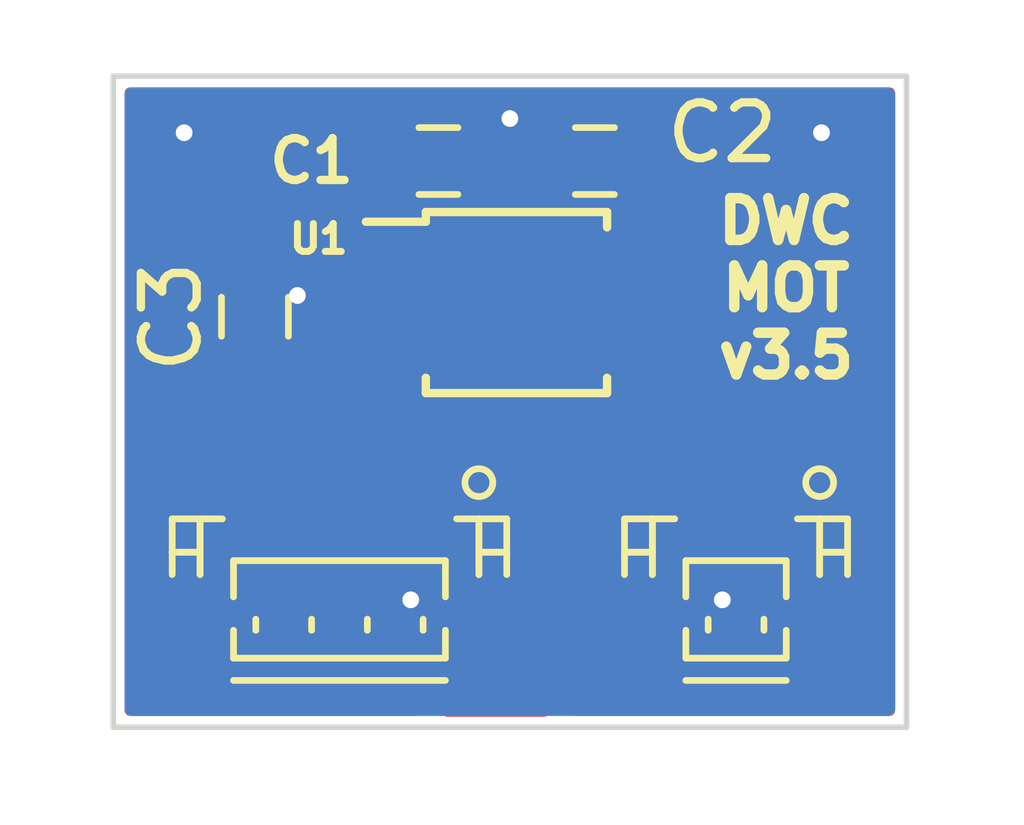
<source format=kicad_pcb>
(kicad_pcb (version 4) (host pcbnew 4.0.7)

  (general
    (links 20)
    (no_connects 1)
    (area 136.144 96.17045 154.59162 110.998001)
    (thickness 1.6)
    (drawings 5)
    (tracks 40)
    (zones 0)
    (modules 12)
    (nets 8)
  )

  (page A4)
  (layers
    (0 F.Cu signal)
    (31 B.Cu signal)
    (32 B.Adhes user)
    (33 F.Adhes user)
    (34 B.Paste user)
    (35 F.Paste user)
    (36 B.SilkS user)
    (37 F.SilkS user)
    (38 B.Mask user)
    (39 F.Mask user)
    (40 Dwgs.User user)
    (41 Cmts.User user)
    (42 Eco1.User user)
    (43 Eco2.User user)
    (44 Edge.Cuts user)
    (45 Margin user)
    (46 B.CrtYd user)
    (47 F.CrtYd user)
    (48 B.Fab user)
    (49 F.Fab user)
  )

  (setup
    (last_trace_width 0.25)
    (user_trace_width 0.1524)
    (user_trace_width 0.254)
    (user_trace_width 0.508)
    (trace_clearance 0.2)
    (zone_clearance 0.1524)
    (zone_45_only no)
    (trace_min 0.1524)
    (segment_width 0.2)
    (edge_width 0.1)
    (via_size 0.6)
    (via_drill 0.4)
    (via_min_size 0.4)
    (via_min_drill 0.3)
    (uvia_size 0.3)
    (uvia_drill 0.1)
    (uvias_allowed no)
    (uvia_min_size 0)
    (uvia_min_drill 0)
    (pcb_text_width 0.3)
    (pcb_text_size 1.5 1.5)
    (mod_edge_width 0.15)
    (mod_text_size 1 1)
    (mod_text_width 0.15)
    (pad_size 0.6 0.6)
    (pad_drill 0.3)
    (pad_to_mask_clearance 0)
    (aux_axis_origin 0 0)
    (visible_elements FFFFFF7F)
    (pcbplotparams
      (layerselection 0x010f0_80000001)
      (usegerberextensions true)
      (excludeedgelayer true)
      (linewidth 0.100000)
      (plotframeref false)
      (viasonmask false)
      (mode 1)
      (useauxorigin false)
      (hpglpennumber 1)
      (hpglpenspeed 20)
      (hpglpendiameter 15)
      (hpglpenoverlay 2)
      (psnegative false)
      (psa4output false)
      (plotreference true)
      (plotvalue false)
      (plotinvisibletext false)
      (padsonsilk false)
      (subtractmaskfromsilk false)
      (outputformat 1)
      (mirror false)
      (drillshape 0)
      (scaleselection 1)
      (outputdirectory gerber-motor/))
  )

  (net 0 "")
  (net 1 "Net-(C1-Pad1)")
  (net 2 GND)
  (net 3 +BATT)
  (net 4 /SCL)
  (net 5 /SDA)
  (net 6 "Net-(M1-Pad1)")
  (net 7 "Net-(M1-Pad2)")

  (net_class Default "This is the default net class."
    (clearance 0.2)
    (trace_width 0.25)
    (via_dia 0.6)
    (via_drill 0.4)
    (uvia_dia 0.3)
    (uvia_drill 0.1)
    (add_net +BATT)
    (add_net /SCL)
    (add_net /SDA)
    (add_net GND)
    (add_net "Net-(C1-Pad1)")
    (add_net "Net-(M1-Pad1)")
    (add_net "Net-(M1-Pad2)")
  )

  (module footprints:via (layer F.Cu) (tedit 59EAE7F9) (tstamp 59EAED04)
    (at 141.478 101.473)
    (fp_text reference REF** (at 0 0.5) (layer F.SilkS) hide
      (effects (font (size 1 1) (thickness 0.15)))
    )
    (fp_text value via (at 0 -0.5) (layer F.Fab) hide
      (effects (font (size 1 1) (thickness 0.15)))
    )
    (pad 1 thru_hole circle (at 0 0) (size 0.6 0.6) (drill 0.3) (layers *.Cu *.Mask)
      (net 2 GND))
  )

  (module footprints:via (layer F.Cu) (tedit 59EAE7F9) (tstamp 59EAEC96)
    (at 143.51 106.934)
    (fp_text reference REF** (at 0 0.5) (layer F.SilkS) hide
      (effects (font (size 1 1) (thickness 0.15)))
    )
    (fp_text value via (at 0 -0.5) (layer F.Fab) hide
      (effects (font (size 1 1) (thickness 0.15)))
    )
    (pad 1 thru_hole circle (at 0 0) (size 0.6 0.6) (drill 0.3) (layers *.Cu *.Mask)
      (net 2 GND))
  )

  (module footprints:via (layer F.Cu) (tedit 59EAE7F9) (tstamp 59EAEC92)
    (at 149.098 106.934)
    (fp_text reference REF** (at 0 0.5) (layer F.SilkS) hide
      (effects (font (size 1 1) (thickness 0.15)))
    )
    (fp_text value via (at 0 -0.5) (layer F.Fab) hide
      (effects (font (size 1 1) (thickness 0.15)))
    )
    (pad 1 thru_hole circle (at 0 0) (size 0.6 0.6) (drill 0.3) (layers *.Cu *.Mask)
      (net 2 GND))
  )

  (module footprints:via (layer F.Cu) (tedit 59EAE7F9) (tstamp 59EAEC8E)
    (at 150.876 98.552)
    (fp_text reference REF** (at 0 0.5) (layer F.SilkS) hide
      (effects (font (size 1 1) (thickness 0.15)))
    )
    (fp_text value via (at 0 -0.5) (layer F.Fab) hide
      (effects (font (size 1 1) (thickness 0.15)))
    )
    (pad 1 thru_hole circle (at 0 0) (size 0.6 0.6) (drill 0.3) (layers *.Cu *.Mask)
      (net 2 GND))
  )

  (module footprints:via (layer F.Cu) (tedit 59EAE7F9) (tstamp 59EAEC83)
    (at 145.288 98.298)
    (fp_text reference REF** (at 0 0.5) (layer F.SilkS) hide
      (effects (font (size 1 1) (thickness 0.15)))
    )
    (fp_text value via (at 0 -0.5) (layer F.Fab) hide
      (effects (font (size 1 1) (thickness 0.15)))
    )
    (pad 1 thru_hole circle (at 0 0) (size 0.6 0.6) (drill 0.3) (layers *.Cu *.Mask)
      (net 2 GND))
  )

  (module Capacitors_SMD:C_0603 (layer F.Cu) (tedit 59EAE9F9) (tstamp 599E3BFA)
    (at 144.006 99.06)
    (descr "Capacitor SMD 0603, reflow soldering, AVX (see smccp.pdf)")
    (tags "capacitor 0603")
    (path /599E390F)
    (attr smd)
    (fp_text reference C1 (at -2.274 0) (layer F.SilkS)
      (effects (font (size 0.75 0.75) (thickness 0.15)))
    )
    (fp_text value 1uF (at 0 1.5) (layer F.Fab)
      (effects (font (size 1 1) (thickness 0.15)))
    )
    (fp_text user %R (at 0 -1.5) (layer F.Fab)
      (effects (font (size 1 1) (thickness 0.15)))
    )
    (fp_line (start -0.8 0.4) (end -0.8 -0.4) (layer F.Fab) (width 0.1))
    (fp_line (start 0.8 0.4) (end -0.8 0.4) (layer F.Fab) (width 0.1))
    (fp_line (start 0.8 -0.4) (end 0.8 0.4) (layer F.Fab) (width 0.1))
    (fp_line (start -0.8 -0.4) (end 0.8 -0.4) (layer F.Fab) (width 0.1))
    (fp_line (start -0.35 -0.6) (end 0.35 -0.6) (layer F.SilkS) (width 0.12))
    (fp_line (start 0.35 0.6) (end -0.35 0.6) (layer F.SilkS) (width 0.12))
    (fp_line (start -1.4 -0.65) (end 1.4 -0.65) (layer F.CrtYd) (width 0.05))
    (fp_line (start -1.4 -0.65) (end -1.4 0.65) (layer F.CrtYd) (width 0.05))
    (fp_line (start 1.4 0.65) (end 1.4 -0.65) (layer F.CrtYd) (width 0.05))
    (fp_line (start 1.4 0.65) (end -1.4 0.65) (layer F.CrtYd) (width 0.05))
    (pad 1 smd rect (at -0.75 0) (size 0.8 0.75) (layers F.Cu F.Paste F.Mask)
      (net 1 "Net-(C1-Pad1)"))
    (pad 2 smd rect (at 0.75 0) (size 0.8 0.75) (layers F.Cu F.Paste F.Mask)
      (net 2 GND))
    (model Capacitors_SMD.3dshapes/C_0603.wrl
      (at (xyz 0 0 0))
      (scale (xyz 1 1 1))
      (rotate (xyz 0 0 0))
    )
  )

  (module Capacitors_SMD:C_0603 (layer F.Cu) (tedit 58AA844E) (tstamp 599E3C0B)
    (at 146.812 99.06 180)
    (descr "Capacitor SMD 0603, reflow soldering, AVX (see smccp.pdf)")
    (tags "capacitor 0603")
    (path /599E3470)
    (attr smd)
    (fp_text reference C2 (at -2.286 0.508 180) (layer F.SilkS)
      (effects (font (size 1 1) (thickness 0.15)))
    )
    (fp_text value 1uF (at 0 1.5 180) (layer F.Fab)
      (effects (font (size 1 1) (thickness 0.15)))
    )
    (fp_text user %R (at 0 -1.5 180) (layer F.Fab)
      (effects (font (size 1 1) (thickness 0.15)))
    )
    (fp_line (start -0.8 0.4) (end -0.8 -0.4) (layer F.Fab) (width 0.1))
    (fp_line (start 0.8 0.4) (end -0.8 0.4) (layer F.Fab) (width 0.1))
    (fp_line (start 0.8 -0.4) (end 0.8 0.4) (layer F.Fab) (width 0.1))
    (fp_line (start -0.8 -0.4) (end 0.8 -0.4) (layer F.Fab) (width 0.1))
    (fp_line (start -0.35 -0.6) (end 0.35 -0.6) (layer F.SilkS) (width 0.12))
    (fp_line (start 0.35 0.6) (end -0.35 0.6) (layer F.SilkS) (width 0.12))
    (fp_line (start -1.4 -0.65) (end 1.4 -0.65) (layer F.CrtYd) (width 0.05))
    (fp_line (start -1.4 -0.65) (end -1.4 0.65) (layer F.CrtYd) (width 0.05))
    (fp_line (start 1.4 0.65) (end 1.4 -0.65) (layer F.CrtYd) (width 0.05))
    (fp_line (start 1.4 0.65) (end -1.4 0.65) (layer F.CrtYd) (width 0.05))
    (pad 1 smd rect (at -0.75 0 180) (size 0.8 0.75) (layers F.Cu F.Paste F.Mask)
      (net 3 +BATT))
    (pad 2 smd rect (at 0.75 0 180) (size 0.8 0.75) (layers F.Cu F.Paste F.Mask)
      (net 2 GND))
    (model Capacitors_SMD.3dshapes/C_0603.wrl
      (at (xyz 0 0 0))
      (scale (xyz 1 1 1))
      (rotate (xyz 0 0 0))
    )
  )

  (module Housings_SSOP:TSSOP-10_3x3mm_Pitch0.5mm (layer F.Cu) (tedit 59EAEA25) (tstamp 599E3C58)
    (at 145.406 101.6)
    (descr "TSSOP10: plastic thin shrink small outline package; 10 leads; body width 3 mm; (see NXP SSOP-TSSOP-VSO-REFLOW.pdf and sot552-1_po.pdf)")
    (tags "SSOP 0.5")
    (path /599E32A0)
    (attr smd)
    (fp_text reference U1 (at -3.547 -1.143) (layer F.SilkS)
      (effects (font (size 0.5 0.5) (thickness 0.125)))
    )
    (fp_text value DRV2605 (at 0 2.55) (layer F.Fab)
      (effects (font (size 1 1) (thickness 0.15)))
    )
    (fp_line (start -0.5 -1.5) (end 1.5 -1.5) (layer F.Fab) (width 0.15))
    (fp_line (start 1.5 -1.5) (end 1.5 1.5) (layer F.Fab) (width 0.15))
    (fp_line (start 1.5 1.5) (end -1.5 1.5) (layer F.Fab) (width 0.15))
    (fp_line (start -1.5 1.5) (end -1.5 -0.5) (layer F.Fab) (width 0.15))
    (fp_line (start -1.5 -0.5) (end -0.5 -1.5) (layer F.Fab) (width 0.15))
    (fp_line (start -2.95 -1.8) (end -2.95 1.8) (layer F.CrtYd) (width 0.05))
    (fp_line (start 2.95 -1.8) (end 2.95 1.8) (layer F.CrtYd) (width 0.05))
    (fp_line (start -2.95 -1.8) (end 2.95 -1.8) (layer F.CrtYd) (width 0.05))
    (fp_line (start -2.95 1.8) (end 2.95 1.8) (layer F.CrtYd) (width 0.05))
    (fp_line (start -1.625 -1.625) (end -1.625 -1.45) (layer F.SilkS) (width 0.15))
    (fp_line (start 1.625 -1.625) (end 1.625 -1.35) (layer F.SilkS) (width 0.15))
    (fp_line (start 1.625 1.625) (end 1.625 1.35) (layer F.SilkS) (width 0.15))
    (fp_line (start -1.625 1.625) (end -1.625 1.35) (layer F.SilkS) (width 0.15))
    (fp_line (start -1.625 -1.625) (end 1.625 -1.625) (layer F.SilkS) (width 0.15))
    (fp_line (start -1.625 1.625) (end 1.625 1.625) (layer F.SilkS) (width 0.15))
    (fp_line (start -1.625 -1.45) (end -2.7 -1.45) (layer F.SilkS) (width 0.15))
    (fp_text user %R (at 0 0) (layer F.Fab)
      (effects (font (size 0.6 0.6) (thickness 0.15)))
    )
    (pad 1 smd rect (at -2.15 -1) (size 1.1 0.25) (layers F.Cu F.Paste F.Mask)
      (net 1 "Net-(C1-Pad1)"))
    (pad 2 smd rect (at -2.15 -0.5) (size 1.1 0.25) (layers F.Cu F.Paste F.Mask)
      (net 4 /SCL))
    (pad 3 smd rect (at -2.15 0) (size 1.1 0.25) (layers F.Cu F.Paste F.Mask)
      (net 5 /SDA))
    (pad 4 smd rect (at -2.15 0.5) (size 1.1 0.25) (layers F.Cu F.Paste F.Mask)
      (net 2 GND))
    (pad 5 smd rect (at -2.15 1) (size 1.1 0.25) (layers F.Cu F.Paste F.Mask)
      (net 3 +BATT))
    (pad 6 smd rect (at 2.15 1) (size 1.1 0.25) (layers F.Cu F.Paste F.Mask))
    (pad 7 smd rect (at 2.15 0.5) (size 1.1 0.25) (layers F.Cu F.Paste F.Mask)
      (net 6 "Net-(M1-Pad1)"))
    (pad 8 smd rect (at 2.15 0) (size 1.1 0.25) (layers F.Cu F.Paste F.Mask)
      (net 2 GND))
    (pad 9 smd rect (at 2.15 -0.5) (size 1.1 0.25) (layers F.Cu F.Paste F.Mask)
      (net 7 "Net-(M1-Pad2)"))
    (pad 10 smd rect (at 2.15 -1) (size 1.1 0.25) (layers F.Cu F.Paste F.Mask)
      (net 3 +BATT))
    (model ${KISYS3DMOD}/Housings_SSOP.3dshapes/TSSOP-10_3x3mm_Pitch0.5mm.wrl
      (at (xyz 0 0 0))
      (scale (xyz 1 1 1))
      (rotate (xyz 0 0 0))
    )
  )

  (module Capacitors_SMD:C_0603 (layer F.Cu) (tedit 58AA844E) (tstamp 59EAE469)
    (at 140.716 101.854 90)
    (descr "Capacitor SMD 0603, reflow soldering, AVX (see smccp.pdf)")
    (tags "capacitor 0603")
    (path /59A310F4)
    (attr smd)
    (fp_text reference C3 (at 0 -1.5 90) (layer F.SilkS)
      (effects (font (size 1 1) (thickness 0.15)))
    )
    (fp_text value 0.1uF (at 0 1.5 90) (layer F.Fab)
      (effects (font (size 1 1) (thickness 0.15)))
    )
    (fp_text user %R (at 0 -1.5 90) (layer F.Fab)
      (effects (font (size 1 1) (thickness 0.15)))
    )
    (fp_line (start -0.8 0.4) (end -0.8 -0.4) (layer F.Fab) (width 0.1))
    (fp_line (start 0.8 0.4) (end -0.8 0.4) (layer F.Fab) (width 0.1))
    (fp_line (start 0.8 -0.4) (end 0.8 0.4) (layer F.Fab) (width 0.1))
    (fp_line (start -0.8 -0.4) (end 0.8 -0.4) (layer F.Fab) (width 0.1))
    (fp_line (start -0.35 -0.6) (end 0.35 -0.6) (layer F.SilkS) (width 0.12))
    (fp_line (start 0.35 0.6) (end -0.35 0.6) (layer F.SilkS) (width 0.12))
    (fp_line (start -1.4 -0.65) (end 1.4 -0.65) (layer F.CrtYd) (width 0.05))
    (fp_line (start -1.4 -0.65) (end -1.4 0.65) (layer F.CrtYd) (width 0.05))
    (fp_line (start 1.4 0.65) (end 1.4 -0.65) (layer F.CrtYd) (width 0.05))
    (fp_line (start 1.4 0.65) (end -1.4 0.65) (layer F.CrtYd) (width 0.05))
    (pad 1 smd rect (at -0.75 0 90) (size 0.8 0.75) (layers F.Cu F.Paste F.Mask)
      (net 3 +BATT))
    (pad 2 smd rect (at 0.75 0 90) (size 0.8 0.75) (layers F.Cu F.Paste F.Mask)
      (net 2 GND))
    (model Capacitors_SMD.3dshapes/C_0603.wrl
      (at (xyz 0 0 0))
      (scale (xyz 1 1 1))
      (rotate (xyz 0 0 0))
    )
  )

  (module Connectors_JST:JST_SH_BM04B-SRSS-TB_04x1.00mm_Straight (layer F.Cu) (tedit 59EAEA47) (tstamp 59EAE46A)
    (at 142.232 106.4185 180)
    (descr http://www.jst-mfg.com/product/pdf/eng/eSH.pdf)
    (tags "connector jst sh")
    (path /599E3C26)
    (attr smd)
    (fp_text reference J1 (at 3.04 3.2945 180) (layer F.SilkS) hide
      (effects (font (size 1 1) (thickness 0.15)))
    )
    (fp_text value CONN_01X04 (at 0 3.5 180) (layer F.Fab)
      (effects (font (size 1 1) (thickness 0.15)))
    )
    (fp_circle (center -2.5 1.5875) (end -2.25 1.5875) (layer F.SilkS) (width 0.12))
    (fp_line (start -1.9 -1.9625) (end 1.9 -1.9625) (layer F.SilkS) (width 0.12))
    (fp_line (start -3 -0.0625) (end -3 0.9375) (layer F.SilkS) (width 0.12))
    (fp_line (start -3 0.9375) (end -2.1 0.9375) (layer F.SilkS) (width 0.12))
    (fp_line (start -2.5 0.9375) (end -2.5 -0.0625) (layer F.SilkS) (width 0.12))
    (fp_line (start -2.5 -0.0625) (end -2.5 -0.0625) (layer F.SilkS) (width 0.12))
    (fp_line (start -2.5 -0.0625) (end -2.5 0.9375) (layer F.SilkS) (width 0.12))
    (fp_line (start -2.5 0.9375) (end -2.5 0.9375) (layer F.SilkS) (width 0.12))
    (fp_line (start -2.5 0.3375) (end -2.5 0.3375) (layer F.SilkS) (width 0.12))
    (fp_line (start -2.5 0.3375) (end -3 0.3375) (layer F.SilkS) (width 0.12))
    (fp_line (start -3 0.3375) (end -3 0.3375) (layer F.SilkS) (width 0.12))
    (fp_line (start -3 0.3375) (end -2.5 0.3375) (layer F.SilkS) (width 0.12))
    (fp_line (start 3 -0.0625) (end 3 0.9375) (layer F.SilkS) (width 0.12))
    (fp_line (start 3 0.9375) (end 2.1 0.9375) (layer F.SilkS) (width 0.12))
    (fp_line (start 2.5 0.9375) (end 2.5 -0.0625) (layer F.SilkS) (width 0.12))
    (fp_line (start 2.5 -0.0625) (end 2.5 -0.0625) (layer F.SilkS) (width 0.12))
    (fp_line (start 2.5 -0.0625) (end 2.5 0.9375) (layer F.SilkS) (width 0.12))
    (fp_line (start 2.5 0.9375) (end 2.5 0.9375) (layer F.SilkS) (width 0.12))
    (fp_line (start 2.5 0.3375) (end 2.5 0.3375) (layer F.SilkS) (width 0.12))
    (fp_line (start 2.5 0.3375) (end 3 0.3375) (layer F.SilkS) (width 0.12))
    (fp_line (start 3 0.3375) (end 3 0.3375) (layer F.SilkS) (width 0.12))
    (fp_line (start 3 0.3375) (end 2.5 0.3375) (layer F.SilkS) (width 0.12))
    (fp_line (start -1.9 -1.0625) (end -1.9 -1.5625) (layer F.SilkS) (width 0.12))
    (fp_line (start -1.9 -1.5625) (end 1.9 -1.5625) (layer F.SilkS) (width 0.12))
    (fp_line (start 1.9 -1.5625) (end 1.9 -1.0625) (layer F.SilkS) (width 0.12))
    (fp_line (start -1.9 -0.4625) (end -1.9 0.1875) (layer F.SilkS) (width 0.12))
    (fp_line (start -1.9 0.1875) (end 1.9 0.1875) (layer F.SilkS) (width 0.12))
    (fp_line (start 1.9 0.1875) (end 1.9 -0.4625) (layer F.SilkS) (width 0.12))
    (fp_line (start -1.5 -1.0625) (end -1.5 -0.8625) (layer F.SilkS) (width 0.12))
    (fp_line (start -0.5 -1.0625) (end -0.5 -0.8625) (layer F.SilkS) (width 0.12))
    (fp_line (start 0.5 -1.0625) (end 0.5 -0.8625) (layer F.SilkS) (width 0.12))
    (fp_line (start 1.5 -1.0625) (end 1.5 -0.8625) (layer F.SilkS) (width 0.12))
    (fp_line (start -3.9 2.55) (end -3.9 -2.7) (layer F.CrtYd) (width 0.05))
    (fp_line (start -3.9 -2.7) (end 3.9 -2.7) (layer F.CrtYd) (width 0.05))
    (fp_line (start 3.9 -2.7) (end 3.9 2.55) (layer F.CrtYd) (width 0.05))
    (fp_line (start 3.9 2.55) (end -3.9 2.55) (layer F.CrtYd) (width 0.05))
    (pad 1 smd rect (at -1.5 1.2625 180) (size 0.6 1.55) (layers F.Cu F.Paste F.Mask)
      (net 2 GND))
    (pad 2 smd rect (at -0.5 1.2625 180) (size 0.6 1.55) (layers F.Cu F.Paste F.Mask)
      (net 4 /SCL))
    (pad 3 smd rect (at 0.5 1.2625 180) (size 0.6 1.55) (layers F.Cu F.Paste F.Mask)
      (net 3 +BATT))
    (pad 4 smd rect (at 1.5 1.2625 180) (size 0.6 1.55) (layers F.Cu F.Paste F.Mask)
      (net 5 /SDA))
    (pad "" smd rect (at -2.8 -1.2625 180) (size 1.2 1.8) (layers F.Cu F.Paste F.Mask))
    (pad "" smd rect (at 2.8 -1.2625 180) (size 1.2 1.8) (layers F.Cu F.Paste F.Mask))
  )

  (module Connectors_JST:JST_SH_BM02B-SRSS-TB_02x1.00mm_Straight (layer F.Cu) (tedit 59EAEA4B) (tstamp 59EAE497)
    (at 149.344 106.4185 180)
    (descr http://www.jst-mfg.com/product/pdf/eng/eSH.pdf)
    (tags "connector jst sh")
    (path /599E4005)
    (attr smd)
    (fp_text reference M1 (at -0.008 -1.6585 180) (layer F.SilkS) hide
      (effects (font (size 1 1) (thickness 0.15)))
    )
    (fp_text value Motor_DC_ALT (at 0 3.5 180) (layer F.Fab)
      (effects (font (size 1 1) (thickness 0.15)))
    )
    (fp_circle (center -1.5 1.5875) (end -1.25 1.5875) (layer F.SilkS) (width 0.12))
    (fp_line (start -0.9 -1.9625) (end 0.9 -1.9625) (layer F.SilkS) (width 0.12))
    (fp_line (start -2 -0.0625) (end -2 0.9375) (layer F.SilkS) (width 0.12))
    (fp_line (start -2 0.9375) (end -1.1 0.9375) (layer F.SilkS) (width 0.12))
    (fp_line (start -1.5 0.9375) (end -1.5 -0.0625) (layer F.SilkS) (width 0.12))
    (fp_line (start -1.5 -0.0625) (end -1.5 -0.0625) (layer F.SilkS) (width 0.12))
    (fp_line (start -1.5 -0.0625) (end -1.5 0.9375) (layer F.SilkS) (width 0.12))
    (fp_line (start -1.5 0.9375) (end -1.5 0.9375) (layer F.SilkS) (width 0.12))
    (fp_line (start -1.5 0.3375) (end -1.5 0.3375) (layer F.SilkS) (width 0.12))
    (fp_line (start -1.5 0.3375) (end -2 0.3375) (layer F.SilkS) (width 0.12))
    (fp_line (start -2 0.3375) (end -2 0.3375) (layer F.SilkS) (width 0.12))
    (fp_line (start -2 0.3375) (end -1.5 0.3375) (layer F.SilkS) (width 0.12))
    (fp_line (start 2 -0.0625) (end 2 0.9375) (layer F.SilkS) (width 0.12))
    (fp_line (start 2 0.9375) (end 1.1 0.9375) (layer F.SilkS) (width 0.12))
    (fp_line (start 1.5 0.9375) (end 1.5 -0.0625) (layer F.SilkS) (width 0.12))
    (fp_line (start 1.5 -0.0625) (end 1.5 -0.0625) (layer F.SilkS) (width 0.12))
    (fp_line (start 1.5 -0.0625) (end 1.5 0.9375) (layer F.SilkS) (width 0.12))
    (fp_line (start 1.5 0.9375) (end 1.5 0.9375) (layer F.SilkS) (width 0.12))
    (fp_line (start 1.5 0.3375) (end 1.5 0.3375) (layer F.SilkS) (width 0.12))
    (fp_line (start 1.5 0.3375) (end 2 0.3375) (layer F.SilkS) (width 0.12))
    (fp_line (start 2 0.3375) (end 2 0.3375) (layer F.SilkS) (width 0.12))
    (fp_line (start 2 0.3375) (end 1.5 0.3375) (layer F.SilkS) (width 0.12))
    (fp_line (start -0.9 -1.0625) (end -0.9 -1.5625) (layer F.SilkS) (width 0.12))
    (fp_line (start -0.9 -1.5625) (end 0.9 -1.5625) (layer F.SilkS) (width 0.12))
    (fp_line (start 0.9 -1.5625) (end 0.9 -1.0625) (layer F.SilkS) (width 0.12))
    (fp_line (start -0.9 -0.4625) (end -0.9 0.1875) (layer F.SilkS) (width 0.12))
    (fp_line (start -0.9 0.1875) (end 0.9 0.1875) (layer F.SilkS) (width 0.12))
    (fp_line (start 0.9 0.1875) (end 0.9 -0.4625) (layer F.SilkS) (width 0.12))
    (fp_line (start -0.5 -1.0625) (end -0.5 -0.8625) (layer F.SilkS) (width 0.12))
    (fp_line (start 0.5 -1.0625) (end 0.5 -0.8625) (layer F.SilkS) (width 0.12))
    (fp_line (start -2.9 2.55) (end -2.9 -2.7) (layer F.CrtYd) (width 0.05))
    (fp_line (start -2.9 -2.7) (end 2.9 -2.7) (layer F.CrtYd) (width 0.05))
    (fp_line (start 2.9 -2.7) (end 2.9 2.55) (layer F.CrtYd) (width 0.05))
    (fp_line (start 2.9 2.55) (end -2.9 2.55) (layer F.CrtYd) (width 0.05))
    (pad 1 smd rect (at -0.5 1.2625 180) (size 0.6 1.55) (layers F.Cu F.Paste F.Mask)
      (net 6 "Net-(M1-Pad1)"))
    (pad 2 smd rect (at 0.5 1.2625 180) (size 0.6 1.55) (layers F.Cu F.Paste F.Mask)
      (net 7 "Net-(M1-Pad2)"))
    (pad "" smd rect (at -1.8 -1.2625 180) (size 1.2 1.8) (layers F.Cu F.Paste F.Mask))
    (pad "" smd rect (at 1.8 -1.2625 180) (size 1.2 1.8) (layers F.Cu F.Paste F.Mask))
  )

  (module footprints:via (layer F.Cu) (tedit 59EAE7F9) (tstamp 59EAEC7C)
    (at 139.446 98.552)
    (fp_text reference REF** (at 0 0.5) (layer F.SilkS) hide
      (effects (font (size 1 1) (thickness 0.15)))
    )
    (fp_text value via (at 0 -0.5) (layer F.Fab) hide
      (effects (font (size 1 1) (thickness 0.15)))
    )
    (pad 1 thru_hole circle (at 0 0) (size 0.6 0.6) (drill 0.3) (layers *.Cu *.Mask)
      (net 2 GND))
  )

  (gr_text "DWC\nMOT\nv3.5\n" (at 150.241 101.346) (layer F.SilkS)
    (effects (font (size 0.75 0.75) (thickness 0.1875)))
  )
  (gr_line (start 138.176 109.22) (end 138.176 97.536) (layer Edge.Cuts) (width 0.1))
  (gr_line (start 152.4 109.22) (end 138.176 109.22) (layer Edge.Cuts) (width 0.1))
  (gr_line (start 152.4 97.536) (end 152.4 109.22) (layer Edge.Cuts) (width 0.1))
  (gr_line (start 138.176 97.536) (end 152.4 97.536) (layer Edge.Cuts) (width 0.1))

  (segment (start 143.256 99.06) (end 143.256 100.457) (width 0.25) (layer F.Cu) (net 1))
  (segment (start 141.478 101.473) (end 142.105 102.1) (width 0.25) (layer F.Cu) (net 2))
  (segment (start 142.105 102.1) (end 143.256 102.1) (width 0.25) (layer F.Cu) (net 2))
  (segment (start 143.256 102.6) (end 140.72 102.6) (width 0.25) (layer F.Cu) (net 3))
  (segment (start 140.72 102.6) (end 140.716 102.604) (width 0.25) (layer F.Cu) (net 3))
  (segment (start 145.980991 102.921403) (end 145.980991 101.266009) (width 0.25) (layer F.Cu) (net 3))
  (segment (start 146.618999 103.559411) (end 145.980991 102.921403) (width 0.25) (layer F.Cu) (net 3))
  (segment (start 147.562 99.685) (end 147.562 99.06) (width 0.25) (layer F.Cu) (net 3))
  (segment (start 145.892001 108.906001) (end 146.618999 108.179003) (width 0.25) (layer F.Cu) (net 3))
  (segment (start 141.732 105.156) (end 141.732 106.466002) (width 0.25) (layer F.Cu) (net 3))
  (segment (start 146.618999 108.179003) (end 146.618999 103.559411) (width 0.25) (layer F.Cu) (net 3))
  (segment (start 141.732 106.466002) (end 144.171999 108.906001) (width 0.25) (layer F.Cu) (net 3))
  (segment (start 144.171999 108.906001) (end 145.892001 108.906001) (width 0.25) (layer F.Cu) (net 3))
  (segment (start 145.980991 101.266009) (end 147.562 99.685) (width 0.25) (layer F.Cu) (net 3))
  (segment (start 147.562 99.06) (end 147.562 100.594) (width 0.25) (layer F.Cu) (net 3))
  (segment (start 147.562 100.594) (end 147.556 100.6) (width 0.25) (layer F.Cu) (net 3))
  (segment (start 144.526 102.590002) (end 144.526 101.57) (width 0.25) (layer F.Cu) (net 4))
  (segment (start 144.526 101.57) (end 144.056 101.1) (width 0.25) (layer F.Cu) (net 4))
  (segment (start 144.056 101.1) (end 143.256 101.1) (width 0.25) (layer F.Cu) (net 4))
  (segment (start 143.485 103.378) (end 143.738002 103.378) (width 0.25) (layer F.Cu) (net 4))
  (segment (start 143.738002 103.378) (end 144.526 102.590002) (width 0.25) (layer F.Cu) (net 4))
  (segment (start 142.732 105.156) (end 142.732 104.131) (width 0.25) (layer F.Cu) (net 4))
  (segment (start 142.732 104.131) (end 143.485 103.378) (width 0.25) (layer F.Cu) (net 4))
  (segment (start 142.24 101.267998) (end 142.24 101.384) (width 0.25) (layer F.Cu) (net 5))
  (segment (start 142.24 101.384) (end 142.456 101.6) (width 0.25) (layer F.Cu) (net 5))
  (segment (start 142.456 101.6) (end 143.256 101.6) (width 0.25) (layer F.Cu) (net 5))
  (segment (start 140.383998 100.076) (end 141.048002 100.076) (width 0.25) (layer F.Cu) (net 5))
  (segment (start 141.048002 100.076) (end 142.24 101.267998) (width 0.25) (layer F.Cu) (net 5))
  (segment (start 139.979 103.378) (end 139.979 100.480998) (width 0.25) (layer F.Cu) (net 5))
  (segment (start 139.979 100.480998) (end 140.383998 100.076) (width 0.25) (layer F.Cu) (net 5))
  (segment (start 140.732 105.156) (end 140.732 104.131) (width 0.25) (layer F.Cu) (net 5))
  (segment (start 140.732 104.131) (end 139.979 103.378) (width 0.25) (layer F.Cu) (net 5))
  (segment (start 149.844 105.156) (end 149.844 103.588) (width 0.25) (layer F.Cu) (net 6))
  (segment (start 149.844 103.588) (end 148.356 102.1) (width 0.25) (layer F.Cu) (net 6))
  (segment (start 148.356 102.1) (end 147.556 102.1) (width 0.25) (layer F.Cu) (net 6))
  (segment (start 146.680999 101.214999) (end 146.795998 101.1) (width 0.25) (layer F.Cu) (net 7))
  (segment (start 148.844 105.156) (end 148.844 105.148002) (width 0.25) (layer F.Cu) (net 7))
  (segment (start 148.844 105.148002) (end 146.680999 102.985001) (width 0.25) (layer F.Cu) (net 7))
  (segment (start 146.680999 102.985001) (end 146.680999 101.214999) (width 0.25) (layer F.Cu) (net 7))
  (segment (start 146.795998 101.1) (end 147.556 101.1) (width 0.25) (layer F.Cu) (net 7))

  (zone (net 2) (net_name GND) (layer B.Cu) (tstamp 599E3D4D) (hatch edge 0.508)
    (connect_pads yes (clearance 0.1524))
    (min_thickness 0.254)
    (fill yes (arc_segments 32) (thermal_gap 0.508) (thermal_bridge_width 0.508))
    (polygon
      (pts
        (xy 137.16 96.17045) (xy 152.4 96.17045) (xy 152.4 110.236) (xy 137.16 110.236)
      )
    )
    (filled_polygon
      (pts
        (xy 152.0706 108.8906) (xy 138.5054 108.8906) (xy 138.5054 97.8654) (xy 152.0706 97.8654)
      )
    )
  )
  (zone (net 2) (net_name GND) (layer F.Cu) (tstamp 0) (hatch edge 0.508)
    (connect_pads yes (clearance 0.1524))
    (min_thickness 0.2)
    (fill yes (arc_segments 16) (thermal_gap 0) (thermal_bridge_width 0.15))
    (polygon
      (pts
        (xy 137.414 97.028) (xy 153.162 97.028) (xy 153.416 110.998) (xy 136.144 110.236)
      )
    )
    (filled_polygon
      (pts
        (xy 152.0976 108.9176) (xy 146.481442 108.9176) (xy 146.677768 108.721274) (xy 146.724745 108.794279) (xy 146.824997 108.862778)
        (xy 146.944 108.886877) (xy 148.144 108.886877) (xy 148.255173 108.865958) (xy 148.357279 108.800255) (xy 148.425778 108.700003)
        (xy 148.449877 108.581) (xy 148.449877 106.781) (xy 150.238123 106.781) (xy 150.238123 108.581) (xy 150.259042 108.692173)
        (xy 150.324745 108.794279) (xy 150.424997 108.862778) (xy 150.544 108.886877) (xy 151.744 108.886877) (xy 151.855173 108.865958)
        (xy 151.957279 108.800255) (xy 152.025778 108.700003) (xy 152.049877 108.581) (xy 152.049877 106.781) (xy 152.028958 106.669827)
        (xy 151.963255 106.567721) (xy 151.863003 106.499222) (xy 151.744 106.475123) (xy 150.544 106.475123) (xy 150.432827 106.496042)
        (xy 150.330721 106.561745) (xy 150.262222 106.661997) (xy 150.238123 106.781) (xy 148.449877 106.781) (xy 148.428958 106.669827)
        (xy 148.363255 106.567721) (xy 148.263003 106.499222) (xy 148.144 106.475123) (xy 147.043999 106.475123) (xy 147.043999 103.949041)
        (xy 148.238123 105.143166) (xy 148.238123 105.931) (xy 148.259042 106.042173) (xy 148.324745 106.144279) (xy 148.424997 106.212778)
        (xy 148.544 106.236877) (xy 149.144 106.236877) (xy 149.255173 106.215958) (xy 149.345028 106.158138) (xy 149.424997 106.212778)
        (xy 149.544 106.236877) (xy 150.144 106.236877) (xy 150.255173 106.215958) (xy 150.357279 106.150255) (xy 150.425778 106.050003)
        (xy 150.449877 105.931) (xy 150.449877 104.381) (xy 150.428958 104.269827) (xy 150.363255 104.167721) (xy 150.269 104.10332)
        (xy 150.269 103.588) (xy 150.236649 103.42536) (xy 150.236649 103.425359) (xy 150.144521 103.28748) (xy 148.65652 101.79948)
        (xy 148.518641 101.707351) (xy 148.491657 101.701984) (xy 148.356 101.675) (xy 148.135021 101.675) (xy 148.106 101.669123)
        (xy 147.105999 101.669123) (xy 147.105999 101.530877) (xy 148.106 101.530877) (xy 148.217173 101.509958) (xy 148.319279 101.444255)
        (xy 148.387778 101.344003) (xy 148.411877 101.225) (xy 148.411877 100.975) (xy 148.390958 100.863827) (xy 148.382846 100.851221)
        (xy 148.387778 100.844003) (xy 148.411877 100.725) (xy 148.411877 100.475) (xy 148.390958 100.363827) (xy 148.325255 100.261721)
        (xy 148.225003 100.193222) (xy 148.106 100.169123) (xy 147.987 100.169123) (xy 147.987 99.736173) (xy 148.073173 99.719958)
        (xy 148.175279 99.654255) (xy 148.243778 99.554003) (xy 148.267877 99.435) (xy 148.267877 98.685) (xy 148.246958 98.573827)
        (xy 148.181255 98.471721) (xy 148.081003 98.403222) (xy 147.962 98.379123) (xy 147.162 98.379123) (xy 147.050827 98.400042)
        (xy 146.948721 98.465745) (xy 146.880222 98.565997) (xy 146.856123 98.685) (xy 146.856123 99.435) (xy 146.877042 99.546173)
        (xy 146.942745 99.648279) (xy 146.975381 99.670578) (xy 145.680471 100.965489) (xy 145.588342 101.103368) (xy 145.587946 101.105358)
        (xy 145.555991 101.266009) (xy 145.555991 102.921403) (xy 145.572421 103.004) (xy 145.588342 103.084044) (xy 145.680471 103.221923)
        (xy 146.193999 103.735452) (xy 146.193999 108.002962) (xy 145.937877 108.259085) (xy 145.937877 106.781) (xy 145.916958 106.669827)
        (xy 145.851255 106.567721) (xy 145.751003 106.499222) (xy 145.632 106.475123) (xy 144.432 106.475123) (xy 144.320827 106.496042)
        (xy 144.218721 106.561745) (xy 144.150222 106.661997) (xy 144.126123 106.781) (xy 144.126123 108.259084) (xy 142.157 106.289962)
        (xy 142.157 106.207061) (xy 142.233028 106.158138) (xy 142.312997 106.212778) (xy 142.432 106.236877) (xy 143.032 106.236877)
        (xy 143.143173 106.215958) (xy 143.245279 106.150255) (xy 143.313778 106.050003) (xy 143.337877 105.931) (xy 143.337877 104.381)
        (xy 143.316958 104.269827) (xy 143.268899 104.195141) (xy 143.661041 103.803) (xy 143.738002 103.803) (xy 143.873659 103.776016)
        (xy 143.900643 103.770649) (xy 144.038522 103.67852) (xy 144.82652 102.890523) (xy 144.911968 102.762641) (xy 144.918649 102.752642)
        (xy 144.951 102.590002) (xy 144.951 101.57) (xy 144.918649 101.40736) (xy 144.871083 101.336173) (xy 144.82652 101.269479)
        (xy 144.35652 100.79948) (xy 144.218641 100.707351) (xy 144.191657 100.701984) (xy 144.111877 100.686115) (xy 144.111877 100.475)
        (xy 144.090958 100.363827) (xy 144.025255 100.261721) (xy 143.925003 100.193222) (xy 143.806 100.169123) (xy 143.681 100.169123)
        (xy 143.681 99.736173) (xy 143.767173 99.719958) (xy 143.869279 99.654255) (xy 143.937778 99.554003) (xy 143.961877 99.435)
        (xy 143.961877 98.685) (xy 143.940958 98.573827) (xy 143.875255 98.471721) (xy 143.775003 98.403222) (xy 143.656 98.379123)
        (xy 142.856 98.379123) (xy 142.744827 98.400042) (xy 142.642721 98.465745) (xy 142.574222 98.565997) (xy 142.550123 98.685)
        (xy 142.550123 99.435) (xy 142.571042 99.546173) (xy 142.636745 99.648279) (xy 142.736997 99.716778) (xy 142.831 99.735814)
        (xy 142.831 100.169123) (xy 142.706 100.169123) (xy 142.594827 100.190042) (xy 142.492721 100.255745) (xy 142.424222 100.355997)
        (xy 142.400123 100.475) (xy 142.400123 100.725) (xy 142.421042 100.836173) (xy 142.429154 100.848779) (xy 142.426178 100.853135)
        (xy 141.348522 99.77548) (xy 141.210643 99.683351) (xy 141.183659 99.677984) (xy 141.048002 99.651) (xy 140.383998 99.651)
        (xy 140.221357 99.683351) (xy 140.083478 99.775479) (xy 139.67848 100.180478) (xy 139.586351 100.318357) (xy 139.586351 100.318358)
        (xy 139.554 100.480998) (xy 139.554 103.378) (xy 139.580984 103.513657) (xy 139.586351 103.540641) (xy 139.67848 103.67852)
        (xy 140.195577 104.195618) (xy 140.150222 104.261997) (xy 140.126123 104.381) (xy 140.126123 105.931) (xy 140.147042 106.042173)
        (xy 140.212745 106.144279) (xy 140.312997 106.212778) (xy 140.432 106.236877) (xy 141.032 106.236877) (xy 141.143173 106.215958)
        (xy 141.233028 106.158138) (xy 141.307 106.20868) (xy 141.307 106.466002) (xy 141.327233 106.567721) (xy 141.339351 106.628643)
        (xy 141.43148 106.766522) (xy 143.582557 108.9176) (xy 138.4784 108.9176) (xy 138.4784 106.781) (xy 138.526123 106.781)
        (xy 138.526123 108.581) (xy 138.547042 108.692173) (xy 138.612745 108.794279) (xy 138.712997 108.862778) (xy 138.832 108.886877)
        (xy 140.032 108.886877) (xy 140.143173 108.865958) (xy 140.245279 108.800255) (xy 140.313778 108.700003) (xy 140.337877 108.581)
        (xy 140.337877 106.781) (xy 140.316958 106.669827) (xy 140.251255 106.567721) (xy 140.151003 106.499222) (xy 140.032 106.475123)
        (xy 138.832 106.475123) (xy 138.720827 106.496042) (xy 138.618721 106.561745) (xy 138.550222 106.661997) (xy 138.526123 106.781)
        (xy 138.4784 106.781) (xy 138.4784 97.8384) (xy 152.0976 97.8384)
      )
    )
    (filled_polygon
      (pts
        (xy 141.829908 101.458947) (xy 141.833101 101.475) (xy 141.847351 101.546641) (xy 141.93948 101.68452) (xy 142.15548 101.90052)
        (xy 142.293359 101.992649) (xy 142.305174 101.994999) (xy 142.456 102.025) (xy 142.676979 102.025) (xy 142.706 102.030877)
        (xy 143.806 102.030877) (xy 143.917173 102.009958) (xy 144.019279 101.944255) (xy 144.087778 101.844003) (xy 144.101 101.778712)
        (xy 144.101 102.413961) (xy 144.100488 102.414473) (xy 144.090958 102.363827) (xy 144.025255 102.261721) (xy 143.925003 102.193222)
        (xy 143.806 102.169123) (xy 142.706 102.169123) (xy 142.674767 102.175) (xy 142.405672 102.175) (xy 141.158216 101.863136)
        (xy 141.097 101.8556) (xy 140.404 101.8556) (xy 140.404 100.657038) (xy 140.560039 100.501) (xy 140.871962 100.501)
      )
    )
  )
  (zone (net 3) (net_name +BATT) (layer F.Cu) (tstamp 0) (hatch edge 0.508)
    (priority 1)
    (connect_pads yes (clearance 0.1524))
    (min_thickness 0.254)
    (fill yes (arc_segments 16) (thermal_gap 0.508) (thermal_bridge_width 0.508))
    (polygon
      (pts
        (xy 143.764 102.489) (xy 142.621 102.489) (xy 141.097 102.108) (xy 140.335 102.108) (xy 140.335 102.997)
        (xy 141.478 104.394) (xy 141.478 104.521) (xy 141.478 105.283) (xy 141.986 105.283) (xy 141.986 104.267)
        (xy 143.256 102.743) (xy 143.764 102.743)
      )
    )
    (filled_polygon
      (pts
        (xy 141.773913 102.408137) (xy 141.785388 102.419612) (xy 141.932027 102.517594) (xy 142.105 102.552) (xy 142.349366 102.552)
        (xy 142.590198 102.612208) (xy 142.621 102.616) (xy 143.256 102.616) (xy 143.20659 102.626006) (xy 143.158436 102.661697)
        (xy 141.888436 104.185697) (xy 141.864491 104.23006) (xy 141.859 104.267) (xy 141.859 105.156) (xy 141.605 105.156)
        (xy 141.605 104.394) (xy 141.594994 104.34459) (xy 141.576293 104.313579) (xy 140.462 102.951665) (xy 140.462 102.235)
        (xy 141.081366 102.235)
      )
    )
  )
)

</source>
